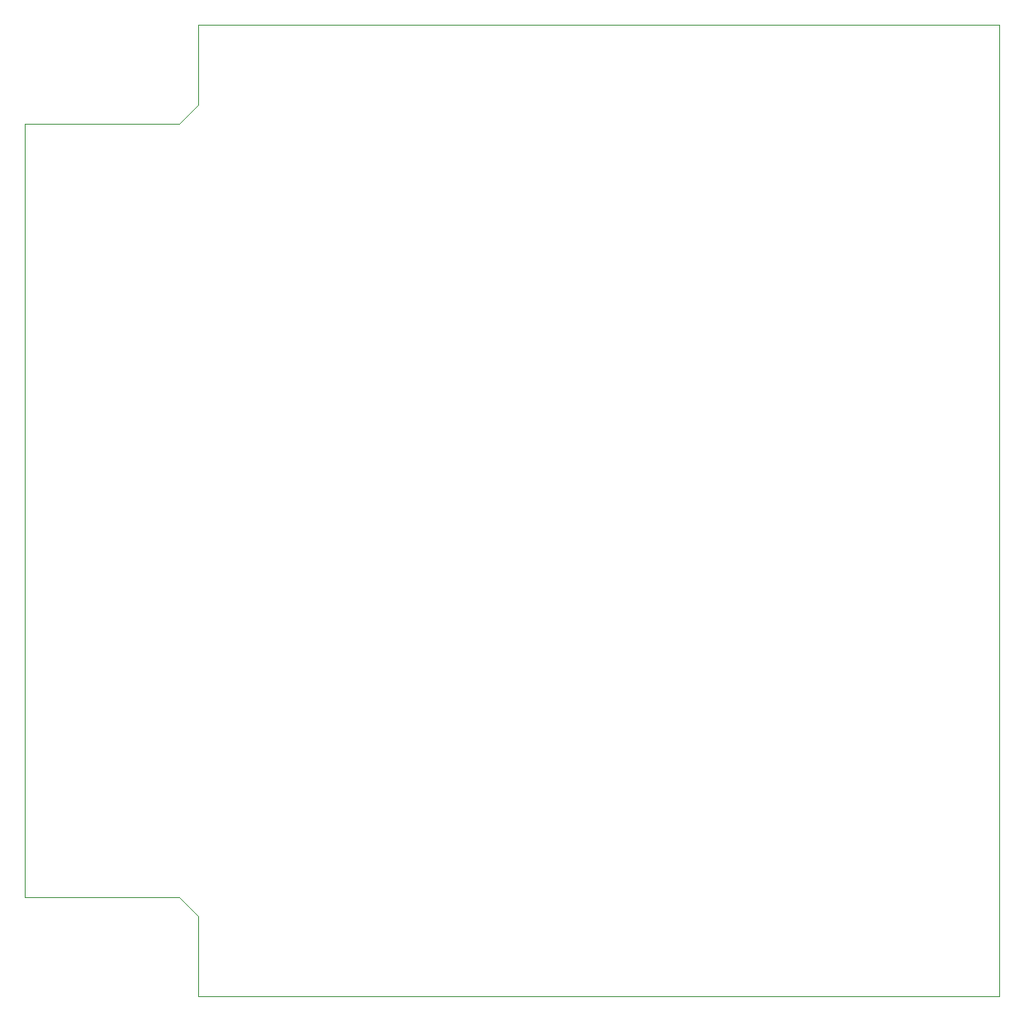
<source format=gko>
%TF.GenerationSoftware,KiCad,Pcbnew,8.0.0*%
%TF.CreationDate,2024-09-01T16:52:45+03:00*%
%TF.ProjectId,ML605_LPC_Board_wADC_DAC,4d4c3630-355f-44c5-9043-5f426f617264,rev?*%
%TF.SameCoordinates,Original*%
%TF.FileFunction,Profile,NP*%
%FSLAX46Y46*%
G04 Gerber Fmt 4.6, Leading zero omitted, Abs format (unit mm)*
G04 Created by KiCad (PCBNEW 8.0.0) date 2024-09-01 16:52:45*
%MOMM*%
%LPD*%
G01*
G04 APERTURE LIST*
%TA.AperFunction,Profile*%
%ADD10C,0.050800*%
%TD*%
G04 APERTURE END LIST*
D10*
X174949000Y-149365000D02*
X92780000Y-149365000D01*
X92780000Y-141110000D01*
X90875000Y-139205000D01*
X75000000Y-139205000D01*
X75000000Y-59830000D01*
X90875000Y-59830000D01*
X92780000Y-57925000D01*
X92780000Y-49670000D01*
X174949000Y-49670000D01*
X174949000Y-149365000D01*
M02*

</source>
